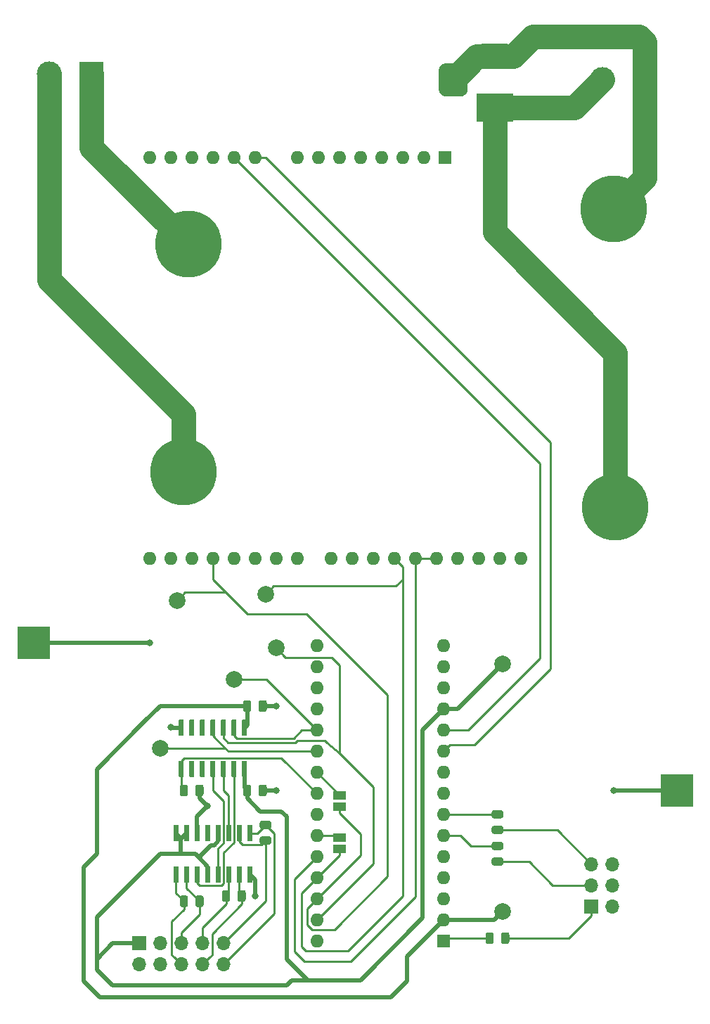
<source format=gbr>
G04 #@! TF.GenerationSoftware,KiCad,Pcbnew,(5.1.12)-1*
G04 #@! TF.CreationDate,2021-12-08T10:01:55+00:00*
G04 #@! TF.ProjectId,PIDController,50494443-6f6e-4747-926f-6c6c65722e6b,rev?*
G04 #@! TF.SameCoordinates,Original*
G04 #@! TF.FileFunction,Copper,L1,Top*
G04 #@! TF.FilePolarity,Positive*
%FSLAX46Y46*%
G04 Gerber Fmt 4.6, Leading zero omitted, Abs format (unit mm)*
G04 Created by KiCad (PCBNEW (5.1.12)-1) date 2021-12-08 10:01:55*
%MOMM*%
%LPD*%
G01*
G04 APERTURE LIST*
G04 #@! TA.AperFunction,ComponentPad*
%ADD10O,1.600000X1.600000*%
G04 #@! TD*
G04 #@! TA.AperFunction,ComponentPad*
%ADD11R,1.600000X1.600000*%
G04 #@! TD*
G04 #@! TA.AperFunction,ComponentPad*
%ADD12R,3.000000X3.000000*%
G04 #@! TD*
G04 #@! TA.AperFunction,ComponentPad*
%ADD13C,3.000000*%
G04 #@! TD*
G04 #@! TA.AperFunction,ComponentPad*
%ADD14R,1.700000X1.700000*%
G04 #@! TD*
G04 #@! TA.AperFunction,ComponentPad*
%ADD15O,1.700000X1.700000*%
G04 #@! TD*
G04 #@! TA.AperFunction,SMDPad,CuDef*
%ADD16R,1.500000X1.000000*%
G04 #@! TD*
G04 #@! TA.AperFunction,SMDPad,CuDef*
%ADD17C,2.000000*%
G04 #@! TD*
G04 #@! TA.AperFunction,SMDPad,CuDef*
%ADD18R,4.000000X4.000000*%
G04 #@! TD*
G04 #@! TA.AperFunction,ComponentPad*
%ADD19C,8.000000*%
G04 #@! TD*
G04 #@! TA.AperFunction,ComponentPad*
%ADD20R,4.500000X3.500000*%
G04 #@! TD*
G04 #@! TA.AperFunction,ViaPad*
%ADD21C,0.800000*%
G04 #@! TD*
G04 #@! TA.AperFunction,Conductor*
%ADD22C,0.500000*%
G04 #@! TD*
G04 #@! TA.AperFunction,Conductor*
%ADD23C,0.250000*%
G04 #@! TD*
G04 #@! TA.AperFunction,Conductor*
%ADD24C,3.000000*%
G04 #@! TD*
G04 APERTURE END LIST*
G04 #@! TA.AperFunction,SMDPad,CuDef*
G36*
G01*
X136346250Y-137315000D02*
X135433750Y-137315000D01*
G75*
G02*
X135190000Y-137071250I0J243750D01*
G01*
X135190000Y-136583750D01*
G75*
G02*
X135433750Y-136340000I243750J0D01*
G01*
X136346250Y-136340000D01*
G75*
G02*
X136590000Y-136583750I0J-243750D01*
G01*
X136590000Y-137071250D01*
G75*
G02*
X136346250Y-137315000I-243750J0D01*
G01*
G37*
G04 #@! TD.AperFunction*
G04 #@! TA.AperFunction,SMDPad,CuDef*
G36*
G01*
X136346250Y-135440000D02*
X135433750Y-135440000D01*
G75*
G02*
X135190000Y-135196250I0J243750D01*
G01*
X135190000Y-134708750D01*
G75*
G02*
X135433750Y-134465000I243750J0D01*
G01*
X136346250Y-134465000D01*
G75*
G02*
X136590000Y-134708750I0J-243750D01*
G01*
X136590000Y-135196250D01*
G75*
G02*
X136346250Y-135440000I-243750J0D01*
G01*
G37*
G04 #@! TD.AperFunction*
D10*
X166620000Y-102870000D03*
X164080000Y-102870000D03*
D11*
X157480000Y-54610000D03*
D10*
X127000000Y-102870000D03*
X154940000Y-54610000D03*
X129540000Y-102870000D03*
X152400000Y-54610000D03*
X132080000Y-102870000D03*
X149860000Y-54610000D03*
X134620000Y-102870000D03*
X147320000Y-54610000D03*
X137160000Y-102870000D03*
X144780000Y-54610000D03*
X139700000Y-102870000D03*
X142240000Y-54610000D03*
X143760000Y-102870000D03*
X139700000Y-54610000D03*
X146300000Y-102870000D03*
X134620000Y-54610000D03*
X148840000Y-102870000D03*
X132080000Y-54610000D03*
X151380000Y-102870000D03*
X129540000Y-54610000D03*
X153920000Y-102870000D03*
X127000000Y-54610000D03*
X156460000Y-102870000D03*
X124460000Y-54610000D03*
X159000000Y-102870000D03*
X121920000Y-54610000D03*
X161540000Y-102870000D03*
X121920000Y-102870000D03*
X124460000Y-102870000D03*
G04 #@! TA.AperFunction,SMDPad,CuDef*
G36*
G01*
X125353000Y-141890000D02*
X124837000Y-141890000D01*
G75*
G02*
X124795000Y-141848000I0J42000D01*
G01*
X124795000Y-139962000D01*
G75*
G02*
X124837000Y-139920000I42000J0D01*
G01*
X125353000Y-139920000D01*
G75*
G02*
X125395000Y-139962000I0J-42000D01*
G01*
X125395000Y-141848000D01*
G75*
G02*
X125353000Y-141890000I-42000J0D01*
G01*
G37*
G04 #@! TD.AperFunction*
G04 #@! TA.AperFunction,SMDPad,CuDef*
G36*
G01*
X126623000Y-141890000D02*
X126107000Y-141890000D01*
G75*
G02*
X126065000Y-141848000I0J42000D01*
G01*
X126065000Y-139962000D01*
G75*
G02*
X126107000Y-139920000I42000J0D01*
G01*
X126623000Y-139920000D01*
G75*
G02*
X126665000Y-139962000I0J-42000D01*
G01*
X126665000Y-141848000D01*
G75*
G02*
X126623000Y-141890000I-42000J0D01*
G01*
G37*
G04 #@! TD.AperFunction*
G04 #@! TA.AperFunction,SMDPad,CuDef*
G36*
G01*
X127893000Y-141890000D02*
X127377000Y-141890000D01*
G75*
G02*
X127335000Y-141848000I0J42000D01*
G01*
X127335000Y-139962000D01*
G75*
G02*
X127377000Y-139920000I42000J0D01*
G01*
X127893000Y-139920000D01*
G75*
G02*
X127935000Y-139962000I0J-42000D01*
G01*
X127935000Y-141848000D01*
G75*
G02*
X127893000Y-141890000I-42000J0D01*
G01*
G37*
G04 #@! TD.AperFunction*
G04 #@! TA.AperFunction,SMDPad,CuDef*
G36*
G01*
X129163000Y-141890000D02*
X128647000Y-141890000D01*
G75*
G02*
X128605000Y-141848000I0J42000D01*
G01*
X128605000Y-139962000D01*
G75*
G02*
X128647000Y-139920000I42000J0D01*
G01*
X129163000Y-139920000D01*
G75*
G02*
X129205000Y-139962000I0J-42000D01*
G01*
X129205000Y-141848000D01*
G75*
G02*
X129163000Y-141890000I-42000J0D01*
G01*
G37*
G04 #@! TD.AperFunction*
G04 #@! TA.AperFunction,SMDPad,CuDef*
G36*
G01*
X130433000Y-141890000D02*
X129917000Y-141890000D01*
G75*
G02*
X129875000Y-141848000I0J42000D01*
G01*
X129875000Y-139962000D01*
G75*
G02*
X129917000Y-139920000I42000J0D01*
G01*
X130433000Y-139920000D01*
G75*
G02*
X130475000Y-139962000I0J-42000D01*
G01*
X130475000Y-141848000D01*
G75*
G02*
X130433000Y-141890000I-42000J0D01*
G01*
G37*
G04 #@! TD.AperFunction*
G04 #@! TA.AperFunction,SMDPad,CuDef*
G36*
G01*
X131703000Y-141890000D02*
X131187000Y-141890000D01*
G75*
G02*
X131145000Y-141848000I0J42000D01*
G01*
X131145000Y-139962000D01*
G75*
G02*
X131187000Y-139920000I42000J0D01*
G01*
X131703000Y-139920000D01*
G75*
G02*
X131745000Y-139962000I0J-42000D01*
G01*
X131745000Y-141848000D01*
G75*
G02*
X131703000Y-141890000I-42000J0D01*
G01*
G37*
G04 #@! TD.AperFunction*
G04 #@! TA.AperFunction,SMDPad,CuDef*
G36*
G01*
X132973000Y-141890000D02*
X132457000Y-141890000D01*
G75*
G02*
X132415000Y-141848000I0J42000D01*
G01*
X132415000Y-139962000D01*
G75*
G02*
X132457000Y-139920000I42000J0D01*
G01*
X132973000Y-139920000D01*
G75*
G02*
X133015000Y-139962000I0J-42000D01*
G01*
X133015000Y-141848000D01*
G75*
G02*
X132973000Y-141890000I-42000J0D01*
G01*
G37*
G04 #@! TD.AperFunction*
G04 #@! TA.AperFunction,SMDPad,CuDef*
G36*
G01*
X134243000Y-141890000D02*
X133727000Y-141890000D01*
G75*
G02*
X133685000Y-141848000I0J42000D01*
G01*
X133685000Y-139962000D01*
G75*
G02*
X133727000Y-139920000I42000J0D01*
G01*
X134243000Y-139920000D01*
G75*
G02*
X134285000Y-139962000I0J-42000D01*
G01*
X134285000Y-141848000D01*
G75*
G02*
X134243000Y-141890000I-42000J0D01*
G01*
G37*
G04 #@! TD.AperFunction*
G04 #@! TA.AperFunction,SMDPad,CuDef*
G36*
G01*
X134243000Y-136940000D02*
X133727000Y-136940000D01*
G75*
G02*
X133685000Y-136898000I0J42000D01*
G01*
X133685000Y-135012000D01*
G75*
G02*
X133727000Y-134970000I42000J0D01*
G01*
X134243000Y-134970000D01*
G75*
G02*
X134285000Y-135012000I0J-42000D01*
G01*
X134285000Y-136898000D01*
G75*
G02*
X134243000Y-136940000I-42000J0D01*
G01*
G37*
G04 #@! TD.AperFunction*
G04 #@! TA.AperFunction,SMDPad,CuDef*
G36*
G01*
X132973000Y-136940000D02*
X132457000Y-136940000D01*
G75*
G02*
X132415000Y-136898000I0J42000D01*
G01*
X132415000Y-135012000D01*
G75*
G02*
X132457000Y-134970000I42000J0D01*
G01*
X132973000Y-134970000D01*
G75*
G02*
X133015000Y-135012000I0J-42000D01*
G01*
X133015000Y-136898000D01*
G75*
G02*
X132973000Y-136940000I-42000J0D01*
G01*
G37*
G04 #@! TD.AperFunction*
G04 #@! TA.AperFunction,SMDPad,CuDef*
G36*
G01*
X131703000Y-136940000D02*
X131187000Y-136940000D01*
G75*
G02*
X131145000Y-136898000I0J42000D01*
G01*
X131145000Y-135012000D01*
G75*
G02*
X131187000Y-134970000I42000J0D01*
G01*
X131703000Y-134970000D01*
G75*
G02*
X131745000Y-135012000I0J-42000D01*
G01*
X131745000Y-136898000D01*
G75*
G02*
X131703000Y-136940000I-42000J0D01*
G01*
G37*
G04 #@! TD.AperFunction*
G04 #@! TA.AperFunction,SMDPad,CuDef*
G36*
G01*
X130433000Y-136940000D02*
X129917000Y-136940000D01*
G75*
G02*
X129875000Y-136898000I0J42000D01*
G01*
X129875000Y-135012000D01*
G75*
G02*
X129917000Y-134970000I42000J0D01*
G01*
X130433000Y-134970000D01*
G75*
G02*
X130475000Y-135012000I0J-42000D01*
G01*
X130475000Y-136898000D01*
G75*
G02*
X130433000Y-136940000I-42000J0D01*
G01*
G37*
G04 #@! TD.AperFunction*
G04 #@! TA.AperFunction,SMDPad,CuDef*
G36*
G01*
X129163000Y-136940000D02*
X128647000Y-136940000D01*
G75*
G02*
X128605000Y-136898000I0J42000D01*
G01*
X128605000Y-135012000D01*
G75*
G02*
X128647000Y-134970000I42000J0D01*
G01*
X129163000Y-134970000D01*
G75*
G02*
X129205000Y-135012000I0J-42000D01*
G01*
X129205000Y-136898000D01*
G75*
G02*
X129163000Y-136940000I-42000J0D01*
G01*
G37*
G04 #@! TD.AperFunction*
G04 #@! TA.AperFunction,SMDPad,CuDef*
G36*
G01*
X127893000Y-136940000D02*
X127377000Y-136940000D01*
G75*
G02*
X127335000Y-136898000I0J42000D01*
G01*
X127335000Y-135012000D01*
G75*
G02*
X127377000Y-134970000I42000J0D01*
G01*
X127893000Y-134970000D01*
G75*
G02*
X127935000Y-135012000I0J-42000D01*
G01*
X127935000Y-136898000D01*
G75*
G02*
X127893000Y-136940000I-42000J0D01*
G01*
G37*
G04 #@! TD.AperFunction*
G04 #@! TA.AperFunction,SMDPad,CuDef*
G36*
G01*
X126623000Y-136940000D02*
X126107000Y-136940000D01*
G75*
G02*
X126065000Y-136898000I0J42000D01*
G01*
X126065000Y-135012000D01*
G75*
G02*
X126107000Y-134970000I42000J0D01*
G01*
X126623000Y-134970000D01*
G75*
G02*
X126665000Y-135012000I0J-42000D01*
G01*
X126665000Y-136898000D01*
G75*
G02*
X126623000Y-136940000I-42000J0D01*
G01*
G37*
G04 #@! TD.AperFunction*
G04 #@! TA.AperFunction,SMDPad,CuDef*
G36*
G01*
X125353000Y-136940000D02*
X124837000Y-136940000D01*
G75*
G02*
X124795000Y-136898000I0J42000D01*
G01*
X124795000Y-135012000D01*
G75*
G02*
X124837000Y-134970000I42000J0D01*
G01*
X125353000Y-134970000D01*
G75*
G02*
X125395000Y-135012000I0J-42000D01*
G01*
X125395000Y-136898000D01*
G75*
G02*
X125353000Y-136940000I-42000J0D01*
G01*
G37*
G04 #@! TD.AperFunction*
D12*
X114960400Y-44551600D03*
D13*
X109880400Y-44551600D03*
X176453800Y-45212000D03*
D12*
X181533800Y-45212000D03*
G04 #@! TA.AperFunction,SMDPad,CuDef*
G36*
G01*
X133140000Y-122270000D02*
X133560000Y-122270000D01*
G75*
G02*
X133650000Y-122360000I0J-90000D01*
G01*
X133650000Y-124150000D01*
G75*
G02*
X133560000Y-124240000I-90000J0D01*
G01*
X133140000Y-124240000D01*
G75*
G02*
X133050000Y-124150000I0J90000D01*
G01*
X133050000Y-122360000D01*
G75*
G02*
X133140000Y-122270000I90000J0D01*
G01*
G37*
G04 #@! TD.AperFunction*
G04 #@! TA.AperFunction,SMDPad,CuDef*
G36*
G01*
X131870000Y-122270000D02*
X132290000Y-122270000D01*
G75*
G02*
X132380000Y-122360000I0J-90000D01*
G01*
X132380000Y-124150000D01*
G75*
G02*
X132290000Y-124240000I-90000J0D01*
G01*
X131870000Y-124240000D01*
G75*
G02*
X131780000Y-124150000I0J90000D01*
G01*
X131780000Y-122360000D01*
G75*
G02*
X131870000Y-122270000I90000J0D01*
G01*
G37*
G04 #@! TD.AperFunction*
G04 #@! TA.AperFunction,SMDPad,CuDef*
G36*
G01*
X130600000Y-122270000D02*
X131020000Y-122270000D01*
G75*
G02*
X131110000Y-122360000I0J-90000D01*
G01*
X131110000Y-124150000D01*
G75*
G02*
X131020000Y-124240000I-90000J0D01*
G01*
X130600000Y-124240000D01*
G75*
G02*
X130510000Y-124150000I0J90000D01*
G01*
X130510000Y-122360000D01*
G75*
G02*
X130600000Y-122270000I90000J0D01*
G01*
G37*
G04 #@! TD.AperFunction*
G04 #@! TA.AperFunction,SMDPad,CuDef*
G36*
G01*
X129330000Y-122270000D02*
X129750000Y-122270000D01*
G75*
G02*
X129840000Y-122360000I0J-90000D01*
G01*
X129840000Y-124150000D01*
G75*
G02*
X129750000Y-124240000I-90000J0D01*
G01*
X129330000Y-124240000D01*
G75*
G02*
X129240000Y-124150000I0J90000D01*
G01*
X129240000Y-122360000D01*
G75*
G02*
X129330000Y-122270000I90000J0D01*
G01*
G37*
G04 #@! TD.AperFunction*
G04 #@! TA.AperFunction,SMDPad,CuDef*
G36*
G01*
X128060000Y-122270000D02*
X128480000Y-122270000D01*
G75*
G02*
X128570000Y-122360000I0J-90000D01*
G01*
X128570000Y-124150000D01*
G75*
G02*
X128480000Y-124240000I-90000J0D01*
G01*
X128060000Y-124240000D01*
G75*
G02*
X127970000Y-124150000I0J90000D01*
G01*
X127970000Y-122360000D01*
G75*
G02*
X128060000Y-122270000I90000J0D01*
G01*
G37*
G04 #@! TD.AperFunction*
G04 #@! TA.AperFunction,SMDPad,CuDef*
G36*
G01*
X126790000Y-122270000D02*
X127210000Y-122270000D01*
G75*
G02*
X127300000Y-122360000I0J-90000D01*
G01*
X127300000Y-124150000D01*
G75*
G02*
X127210000Y-124240000I-90000J0D01*
G01*
X126790000Y-124240000D01*
G75*
G02*
X126700000Y-124150000I0J90000D01*
G01*
X126700000Y-122360000D01*
G75*
G02*
X126790000Y-122270000I90000J0D01*
G01*
G37*
G04 #@! TD.AperFunction*
G04 #@! TA.AperFunction,SMDPad,CuDef*
G36*
G01*
X125520000Y-122270000D02*
X125940000Y-122270000D01*
G75*
G02*
X126030000Y-122360000I0J-90000D01*
G01*
X126030000Y-124150000D01*
G75*
G02*
X125940000Y-124240000I-90000J0D01*
G01*
X125520000Y-124240000D01*
G75*
G02*
X125430000Y-124150000I0J90000D01*
G01*
X125430000Y-122360000D01*
G75*
G02*
X125520000Y-122270000I90000J0D01*
G01*
G37*
G04 #@! TD.AperFunction*
G04 #@! TA.AperFunction,SMDPad,CuDef*
G36*
G01*
X125520000Y-127220000D02*
X125940000Y-127220000D01*
G75*
G02*
X126030000Y-127310000I0J-90000D01*
G01*
X126030000Y-129100000D01*
G75*
G02*
X125940000Y-129190000I-90000J0D01*
G01*
X125520000Y-129190000D01*
G75*
G02*
X125430000Y-129100000I0J90000D01*
G01*
X125430000Y-127310000D01*
G75*
G02*
X125520000Y-127220000I90000J0D01*
G01*
G37*
G04 #@! TD.AperFunction*
G04 #@! TA.AperFunction,SMDPad,CuDef*
G36*
G01*
X126790000Y-127220000D02*
X127210000Y-127220000D01*
G75*
G02*
X127300000Y-127310000I0J-90000D01*
G01*
X127300000Y-129100000D01*
G75*
G02*
X127210000Y-129190000I-90000J0D01*
G01*
X126790000Y-129190000D01*
G75*
G02*
X126700000Y-129100000I0J90000D01*
G01*
X126700000Y-127310000D01*
G75*
G02*
X126790000Y-127220000I90000J0D01*
G01*
G37*
G04 #@! TD.AperFunction*
G04 #@! TA.AperFunction,SMDPad,CuDef*
G36*
G01*
X128060000Y-127220000D02*
X128480000Y-127220000D01*
G75*
G02*
X128570000Y-127310000I0J-90000D01*
G01*
X128570000Y-129100000D01*
G75*
G02*
X128480000Y-129190000I-90000J0D01*
G01*
X128060000Y-129190000D01*
G75*
G02*
X127970000Y-129100000I0J90000D01*
G01*
X127970000Y-127310000D01*
G75*
G02*
X128060000Y-127220000I90000J0D01*
G01*
G37*
G04 #@! TD.AperFunction*
G04 #@! TA.AperFunction,SMDPad,CuDef*
G36*
G01*
X129330000Y-127220000D02*
X129750000Y-127220000D01*
G75*
G02*
X129840000Y-127310000I0J-90000D01*
G01*
X129840000Y-129100000D01*
G75*
G02*
X129750000Y-129190000I-90000J0D01*
G01*
X129330000Y-129190000D01*
G75*
G02*
X129240000Y-129100000I0J90000D01*
G01*
X129240000Y-127310000D01*
G75*
G02*
X129330000Y-127220000I90000J0D01*
G01*
G37*
G04 #@! TD.AperFunction*
G04 #@! TA.AperFunction,SMDPad,CuDef*
G36*
G01*
X130600000Y-127220000D02*
X131020000Y-127220000D01*
G75*
G02*
X131110000Y-127310000I0J-90000D01*
G01*
X131110000Y-129100000D01*
G75*
G02*
X131020000Y-129190000I-90000J0D01*
G01*
X130600000Y-129190000D01*
G75*
G02*
X130510000Y-129100000I0J90000D01*
G01*
X130510000Y-127310000D01*
G75*
G02*
X130600000Y-127220000I90000J0D01*
G01*
G37*
G04 #@! TD.AperFunction*
G04 #@! TA.AperFunction,SMDPad,CuDef*
G36*
G01*
X131870000Y-127220000D02*
X132290000Y-127220000D01*
G75*
G02*
X132380000Y-127310000I0J-90000D01*
G01*
X132380000Y-129100000D01*
G75*
G02*
X132290000Y-129190000I-90000J0D01*
G01*
X131870000Y-129190000D01*
G75*
G02*
X131780000Y-129100000I0J90000D01*
G01*
X131780000Y-127310000D01*
G75*
G02*
X131870000Y-127220000I90000J0D01*
G01*
G37*
G04 #@! TD.AperFunction*
G04 #@! TA.AperFunction,SMDPad,CuDef*
G36*
G01*
X133140000Y-127220000D02*
X133560000Y-127220000D01*
G75*
G02*
X133650000Y-127310000I0J-90000D01*
G01*
X133650000Y-129100000D01*
G75*
G02*
X133560000Y-129190000I-90000J0D01*
G01*
X133140000Y-129190000D01*
G75*
G02*
X133050000Y-129100000I0J90000D01*
G01*
X133050000Y-127310000D01*
G75*
G02*
X133140000Y-127220000I90000J0D01*
G01*
G37*
G04 #@! TD.AperFunction*
D14*
X120650000Y-149225000D03*
D15*
X120650000Y-151765000D03*
X123190000Y-149225000D03*
X123190000Y-151765000D03*
X125730000Y-149225000D03*
X125730000Y-151765000D03*
X128270000Y-149225000D03*
X128270000Y-151765000D03*
X130810000Y-149225000D03*
X130810000Y-151765000D03*
D16*
X144780000Y-131430000D03*
X144780000Y-132730000D03*
X144780000Y-137810000D03*
X144780000Y-136510000D03*
D17*
X132080000Y-117475000D03*
X123190000Y-125730000D03*
X137160000Y-113665000D03*
X125222000Y-107950000D03*
X135890000Y-107188000D03*
D18*
X107950000Y-113030000D03*
X185420000Y-130810000D03*
D17*
X164465000Y-115570000D03*
X164465000Y-145415000D03*
G04 #@! TA.AperFunction,SMDPad,CuDef*
G36*
G01*
X134170000Y-120193750D02*
X134170000Y-121106250D01*
G75*
G02*
X133926250Y-121350000I-243750J0D01*
G01*
X133438750Y-121350000D01*
G75*
G02*
X133195000Y-121106250I0J243750D01*
G01*
X133195000Y-120193750D01*
G75*
G02*
X133438750Y-119950000I243750J0D01*
G01*
X133926250Y-119950000D01*
G75*
G02*
X134170000Y-120193750I0J-243750D01*
G01*
G37*
G04 #@! TD.AperFunction*
G04 #@! TA.AperFunction,SMDPad,CuDef*
G36*
G01*
X136045000Y-120193750D02*
X136045000Y-121106250D01*
G75*
G02*
X135801250Y-121350000I-243750J0D01*
G01*
X135313750Y-121350000D01*
G75*
G02*
X135070000Y-121106250I0J243750D01*
G01*
X135070000Y-120193750D01*
G75*
G02*
X135313750Y-119950000I243750J0D01*
G01*
X135801250Y-119950000D01*
G75*
G02*
X136045000Y-120193750I0J-243750D01*
G01*
G37*
G04 #@! TD.AperFunction*
G04 #@! TA.AperFunction,SMDPad,CuDef*
G36*
G01*
X136045000Y-130353750D02*
X136045000Y-131266250D01*
G75*
G02*
X135801250Y-131510000I-243750J0D01*
G01*
X135313750Y-131510000D01*
G75*
G02*
X135070000Y-131266250I0J243750D01*
G01*
X135070000Y-130353750D01*
G75*
G02*
X135313750Y-130110000I243750J0D01*
G01*
X135801250Y-130110000D01*
G75*
G02*
X136045000Y-130353750I0J-243750D01*
G01*
G37*
G04 #@! TD.AperFunction*
G04 #@! TA.AperFunction,SMDPad,CuDef*
G36*
G01*
X134170000Y-130353750D02*
X134170000Y-131266250D01*
G75*
G02*
X133926250Y-131510000I-243750J0D01*
G01*
X133438750Y-131510000D01*
G75*
G02*
X133195000Y-131266250I0J243750D01*
G01*
X133195000Y-130353750D01*
G75*
G02*
X133438750Y-130110000I243750J0D01*
G01*
X133926250Y-130110000D01*
G75*
G02*
X134170000Y-130353750I0J-243750D01*
G01*
G37*
G04 #@! TD.AperFunction*
G04 #@! TA.AperFunction,SMDPad,CuDef*
G36*
G01*
X125575000Y-131266250D02*
X125575000Y-130353750D01*
G75*
G02*
X125818750Y-130110000I243750J0D01*
G01*
X126306250Y-130110000D01*
G75*
G02*
X126550000Y-130353750I0J-243750D01*
G01*
X126550000Y-131266250D01*
G75*
G02*
X126306250Y-131510000I-243750J0D01*
G01*
X125818750Y-131510000D01*
G75*
G02*
X125575000Y-131266250I0J243750D01*
G01*
G37*
G04 #@! TD.AperFunction*
G04 #@! TA.AperFunction,SMDPad,CuDef*
G36*
G01*
X127450000Y-131266250D02*
X127450000Y-130353750D01*
G75*
G02*
X127693750Y-130110000I243750J0D01*
G01*
X128181250Y-130110000D01*
G75*
G02*
X128425000Y-130353750I0J-243750D01*
G01*
X128425000Y-131266250D01*
G75*
G02*
X128181250Y-131510000I-243750J0D01*
G01*
X127693750Y-131510000D01*
G75*
G02*
X127450000Y-131266250I0J243750D01*
G01*
G37*
G04 #@! TD.AperFunction*
G04 #@! TA.AperFunction,SMDPad,CuDef*
G36*
G01*
X128425000Y-143688750D02*
X128425000Y-144601250D01*
G75*
G02*
X128181250Y-144845000I-243750J0D01*
G01*
X127693750Y-144845000D01*
G75*
G02*
X127450000Y-144601250I0J243750D01*
G01*
X127450000Y-143688750D01*
G75*
G02*
X127693750Y-143445000I243750J0D01*
G01*
X128181250Y-143445000D01*
G75*
G02*
X128425000Y-143688750I0J-243750D01*
G01*
G37*
G04 #@! TD.AperFunction*
G04 #@! TA.AperFunction,SMDPad,CuDef*
G36*
G01*
X126550000Y-143688750D02*
X126550000Y-144601250D01*
G75*
G02*
X126306250Y-144845000I-243750J0D01*
G01*
X125818750Y-144845000D01*
G75*
G02*
X125575000Y-144601250I0J243750D01*
G01*
X125575000Y-143688750D01*
G75*
G02*
X125818750Y-143445000I243750J0D01*
G01*
X126306250Y-143445000D01*
G75*
G02*
X126550000Y-143688750I0J-243750D01*
G01*
G37*
G04 #@! TD.AperFunction*
G04 #@! TA.AperFunction,SMDPad,CuDef*
G36*
G01*
X132530000Y-143966250D02*
X132530000Y-143053750D01*
G75*
G02*
X132773750Y-142810000I243750J0D01*
G01*
X133261250Y-142810000D01*
G75*
G02*
X133505000Y-143053750I0J-243750D01*
G01*
X133505000Y-143966250D01*
G75*
G02*
X133261250Y-144210000I-243750J0D01*
G01*
X132773750Y-144210000D01*
G75*
G02*
X132530000Y-143966250I0J243750D01*
G01*
G37*
G04 #@! TD.AperFunction*
G04 #@! TA.AperFunction,SMDPad,CuDef*
G36*
G01*
X130655000Y-143966250D02*
X130655000Y-143053750D01*
G75*
G02*
X130898750Y-142810000I243750J0D01*
G01*
X131386250Y-142810000D01*
G75*
G02*
X131630000Y-143053750I0J-243750D01*
G01*
X131630000Y-143966250D01*
G75*
G02*
X131386250Y-144210000I-243750J0D01*
G01*
X130898750Y-144210000D01*
G75*
G02*
X130655000Y-143966250I0J243750D01*
G01*
G37*
G04 #@! TD.AperFunction*
G04 #@! TA.AperFunction,SMDPad,CuDef*
G36*
G01*
X163380000Y-148133750D02*
X163380000Y-149046250D01*
G75*
G02*
X163136250Y-149290000I-243750J0D01*
G01*
X162648750Y-149290000D01*
G75*
G02*
X162405000Y-149046250I0J243750D01*
G01*
X162405000Y-148133750D01*
G75*
G02*
X162648750Y-147890000I243750J0D01*
G01*
X163136250Y-147890000D01*
G75*
G02*
X163380000Y-148133750I0J-243750D01*
G01*
G37*
G04 #@! TD.AperFunction*
G04 #@! TA.AperFunction,SMDPad,CuDef*
G36*
G01*
X165255000Y-148133750D02*
X165255000Y-149046250D01*
G75*
G02*
X165011250Y-149290000I-243750J0D01*
G01*
X164523750Y-149290000D01*
G75*
G02*
X164280000Y-149046250I0J243750D01*
G01*
X164280000Y-148133750D01*
G75*
G02*
X164523750Y-147890000I243750J0D01*
G01*
X165011250Y-147890000D01*
G75*
G02*
X165255000Y-148133750I0J-243750D01*
G01*
G37*
G04 #@! TD.AperFunction*
G04 #@! TA.AperFunction,SMDPad,CuDef*
G36*
G01*
X164286250Y-139855000D02*
X163373750Y-139855000D01*
G75*
G02*
X163130000Y-139611250I0J243750D01*
G01*
X163130000Y-139123750D01*
G75*
G02*
X163373750Y-138880000I243750J0D01*
G01*
X164286250Y-138880000D01*
G75*
G02*
X164530000Y-139123750I0J-243750D01*
G01*
X164530000Y-139611250D01*
G75*
G02*
X164286250Y-139855000I-243750J0D01*
G01*
G37*
G04 #@! TD.AperFunction*
G04 #@! TA.AperFunction,SMDPad,CuDef*
G36*
G01*
X164286250Y-137980000D02*
X163373750Y-137980000D01*
G75*
G02*
X163130000Y-137736250I0J243750D01*
G01*
X163130000Y-137248750D01*
G75*
G02*
X163373750Y-137005000I243750J0D01*
G01*
X164286250Y-137005000D01*
G75*
G02*
X164530000Y-137248750I0J-243750D01*
G01*
X164530000Y-137736250D01*
G75*
G02*
X164286250Y-137980000I-243750J0D01*
G01*
G37*
G04 #@! TD.AperFunction*
G04 #@! TA.AperFunction,SMDPad,CuDef*
G36*
G01*
X164286250Y-134170000D02*
X163373750Y-134170000D01*
G75*
G02*
X163130000Y-133926250I0J243750D01*
G01*
X163130000Y-133438750D01*
G75*
G02*
X163373750Y-133195000I243750J0D01*
G01*
X164286250Y-133195000D01*
G75*
G02*
X164530000Y-133438750I0J-243750D01*
G01*
X164530000Y-133926250D01*
G75*
G02*
X164286250Y-134170000I-243750J0D01*
G01*
G37*
G04 #@! TD.AperFunction*
G04 #@! TA.AperFunction,SMDPad,CuDef*
G36*
G01*
X164286250Y-136045000D02*
X163373750Y-136045000D01*
G75*
G02*
X163130000Y-135801250I0J243750D01*
G01*
X163130000Y-135313750D01*
G75*
G02*
X163373750Y-135070000I243750J0D01*
G01*
X164286250Y-135070000D01*
G75*
G02*
X164530000Y-135313750I0J-243750D01*
G01*
X164530000Y-135801250D01*
G75*
G02*
X164286250Y-136045000I-243750J0D01*
G01*
G37*
G04 #@! TD.AperFunction*
D11*
X157302200Y-148971000D03*
D10*
X142062200Y-115951000D03*
X157302200Y-146431000D03*
X142062200Y-118491000D03*
X157302200Y-143891000D03*
X142062200Y-121031000D03*
X157302200Y-141351000D03*
X142062200Y-123571000D03*
X157302200Y-138811000D03*
X142062200Y-126111000D03*
X157302200Y-136271000D03*
X142062200Y-128651000D03*
X157302200Y-133731000D03*
X142062200Y-131191000D03*
X157302200Y-131191000D03*
X142062200Y-133731000D03*
X157302200Y-128651000D03*
X142062200Y-136271000D03*
X157302200Y-126111000D03*
X142062200Y-138811000D03*
X157302200Y-123571000D03*
X142062200Y-141351000D03*
X157302200Y-121031000D03*
X142062200Y-143891000D03*
X157302200Y-118491000D03*
X142062200Y-146431000D03*
X157302200Y-115951000D03*
X142062200Y-148971000D03*
X157302200Y-113411000D03*
X142062200Y-113411000D03*
D19*
X177800000Y-60833000D03*
X178003200Y-96697800D03*
X126568200Y-65024000D03*
X126034800Y-92430600D03*
D14*
X175133000Y-144754600D03*
D15*
X177673000Y-144754600D03*
X175133000Y-142214600D03*
X177673000Y-142214600D03*
X175133000Y-139674600D03*
X177673000Y-139674600D03*
D20*
X163499800Y-48564800D03*
G04 #@! TA.AperFunction,ComponentPad*
G36*
G01*
X161999800Y-40914800D02*
X164999800Y-40914800D01*
G75*
G02*
X165749800Y-41664800I0J-750000D01*
G01*
X165749800Y-43164800D01*
G75*
G02*
X164999800Y-43914800I-750000J0D01*
G01*
X161999800Y-43914800D01*
G75*
G02*
X161249800Y-43164800I0J750000D01*
G01*
X161249800Y-41664800D01*
G75*
G02*
X161999800Y-40914800I750000J0D01*
G01*
G37*
G04 #@! TD.AperFunction*
G04 #@! TA.AperFunction,ComponentPad*
G36*
G01*
X157624800Y-43264800D02*
X159374800Y-43264800D01*
G75*
G02*
X160249800Y-44139800I0J-875000D01*
G01*
X160249800Y-46389800D01*
G75*
G02*
X159374800Y-47264800I-875000J0D01*
G01*
X157624800Y-47264800D01*
G75*
G02*
X156749800Y-46389800I0J875000D01*
G01*
X156749800Y-44139800D01*
G75*
G02*
X157624800Y-43264800I875000J0D01*
G01*
G37*
G04 #@! TD.AperFunction*
D21*
X137160000Y-120650000D03*
X124460000Y-123190000D03*
X137160000Y-130810000D03*
X134620000Y-143510000D03*
X128905000Y-132715000D03*
X121920000Y-113030000D03*
X177800000Y-130810000D03*
D22*
X124525000Y-123255000D02*
X124460000Y-123190000D01*
X125730000Y-123255000D02*
X124525000Y-123255000D01*
X135557500Y-120650000D02*
X137160000Y-120650000D01*
X127937500Y-130810000D02*
X127937500Y-131112500D01*
X127937500Y-131747500D02*
X128905000Y-132715000D01*
X127937500Y-130810000D02*
X127937500Y-131747500D01*
X127635000Y-133985000D02*
X127635000Y-135955000D01*
X128905000Y-132715000D02*
X127635000Y-133985000D01*
X135557500Y-130810000D02*
X137160000Y-130810000D01*
X133985000Y-140905000D02*
X134620000Y-141540000D01*
X134620000Y-141540000D02*
X134620000Y-143510000D01*
X185420000Y-130810000D02*
X177800000Y-130810000D01*
X107950000Y-113030000D02*
X121920000Y-113030000D01*
D23*
X144780000Y-133480000D02*
X147345400Y-136045400D01*
X144780000Y-132730000D02*
X144780000Y-133480000D01*
X147345400Y-138607800D02*
X142062200Y-143891000D01*
X147345400Y-136045400D02*
X147345400Y-138607800D01*
X141522199Y-147556001D02*
X144213799Y-147556001D01*
X140937199Y-146971001D02*
X141522199Y-147556001D01*
X140937199Y-145016001D02*
X140937199Y-146971001D01*
X142062200Y-143891000D02*
X140937199Y-145016001D01*
X144213799Y-147556001D02*
X150596600Y-141173200D01*
X150596600Y-141173200D02*
X150596600Y-119303800D01*
X140868400Y-109575600D02*
X133705600Y-109575600D01*
X150596600Y-119303800D02*
X140868400Y-109575600D01*
X129540000Y-105410000D02*
X129540000Y-102870000D01*
X126221999Y-106950001D02*
X131047999Y-106950001D01*
X131047999Y-106950001D02*
X131064000Y-106934000D01*
X131064000Y-106934000D02*
X129540000Y-105410000D01*
X125222000Y-107950000D02*
X126221999Y-106950001D01*
X133705600Y-109575600D02*
X131064000Y-106934000D01*
X152400000Y-103890000D02*
X151380000Y-102870000D01*
X140769999Y-150105001D02*
X145804999Y-150105001D01*
X140254989Y-149589991D02*
X140769999Y-150105001D01*
X145804999Y-150105001D02*
X152400000Y-143510000D01*
X152400000Y-143510000D02*
X152400000Y-109220000D01*
X144780000Y-138633200D02*
X142062200Y-141351000D01*
X144780000Y-137810000D02*
X144780000Y-138633200D01*
X140254989Y-143158211D02*
X142062200Y-141351000D01*
X140254989Y-143285211D02*
X140254989Y-143158211D01*
X140254989Y-143285211D02*
X140254989Y-149589991D01*
X151621999Y-106188001D02*
X152400000Y-105410000D01*
X135890000Y-107188000D02*
X136889999Y-106188001D01*
X152400000Y-105410000D02*
X152400000Y-103890000D01*
X136889999Y-106188001D02*
X151621999Y-106188001D01*
X152400000Y-109220000D02*
X152400000Y-105410000D01*
X153920000Y-102870000D02*
X156460000Y-102870000D01*
X142062200Y-138811000D02*
X139395200Y-141478000D01*
X139395200Y-141478000D02*
X139395200Y-150190200D01*
X139395200Y-150190200D02*
X140614400Y-151409400D01*
X153920000Y-104001370D02*
X153920000Y-102870000D01*
X153920000Y-143615600D02*
X153920000Y-104001370D01*
X146126200Y-151409400D02*
X153920000Y-143615600D01*
X140614400Y-151409400D02*
X146126200Y-151409400D01*
D22*
X128905000Y-139920000D02*
X128905000Y-140905000D01*
X125673192Y-138430000D02*
X127415000Y-138430000D01*
X125673192Y-136533192D02*
X125095000Y-135955000D01*
X125673192Y-137103192D02*
X125673192Y-136646808D01*
X125673192Y-136646808D02*
X126365000Y-135955000D01*
X125673192Y-138430000D02*
X125673192Y-137103192D01*
X125673192Y-137103192D02*
X125673192Y-136533192D01*
X130175000Y-136940000D02*
X130175000Y-135955000D01*
X129309990Y-137390010D02*
X129724990Y-137390010D01*
X129724990Y-137390010D02*
X130175000Y-136940000D01*
X127415000Y-138430000D02*
X127842500Y-138857500D01*
X127842500Y-138857500D02*
X129309990Y-137390010D01*
X127842500Y-138857500D02*
X128905000Y-139920000D01*
X133832500Y-130810000D02*
X133832500Y-131285000D01*
X133682500Y-131777500D02*
X133682500Y-130810000D01*
X137795000Y-133350000D02*
X135255000Y-133350000D01*
X138430000Y-133985000D02*
X137795000Y-133350000D01*
X135255000Y-133350000D02*
X133682500Y-131777500D01*
X133350000Y-130477500D02*
X133682500Y-130810000D01*
X133350000Y-128205000D02*
X133350000Y-130477500D01*
X139700000Y-153670000D02*
X139065000Y-153670000D01*
X139065000Y-153670000D02*
X138430000Y-154305000D01*
X138430000Y-154305000D02*
X117475000Y-154305000D01*
X117475000Y-154305000D02*
X115570000Y-152400000D01*
X140970000Y-153670000D02*
X138430000Y-151130000D01*
X138430000Y-151130000D02*
X138430000Y-133985000D01*
X140970000Y-153670000D02*
X139700000Y-153670000D01*
X115570000Y-146050000D02*
X123190000Y-138430000D01*
X123190000Y-138430000D02*
X125673192Y-138430000D01*
X117475000Y-149225000D02*
X120650000Y-149225000D01*
X115570000Y-151130000D02*
X117475000Y-149225000D01*
X115570000Y-152400000D02*
X115570000Y-151130000D01*
X115570000Y-151130000D02*
X115570000Y-146050000D01*
X147320000Y-153670000D02*
X140970000Y-153670000D01*
X154813000Y-123520200D02*
X157302200Y-121031000D01*
X154813000Y-146177000D02*
X154813000Y-123520200D01*
X154813000Y-146177000D02*
X147320000Y-153670000D01*
X159004000Y-121031000D02*
X164465000Y-115570000D01*
X157302200Y-121031000D02*
X159004000Y-121031000D01*
X133682500Y-122922500D02*
X133350000Y-123255000D01*
X133682500Y-120650000D02*
X133682500Y-122922500D01*
X118269990Y-155734990D02*
X115925570Y-155734990D01*
X113954560Y-153763980D02*
X113954560Y-140045440D01*
X113954560Y-140045440D02*
X115570000Y-138430000D01*
X123190000Y-120650000D02*
X133682500Y-120650000D01*
X115570000Y-128270000D02*
X121285000Y-122555000D01*
X147795010Y-155734990D02*
X123030010Y-155734990D01*
X123030010Y-155734990D02*
X118269990Y-155734990D01*
X150955010Y-155734990D02*
X147795010Y-155734990D01*
X121285000Y-122555000D02*
X123190000Y-120650000D01*
X115570000Y-138430000D02*
X115570000Y-128270000D01*
X115925570Y-155734990D02*
X113954560Y-153763980D01*
X152964000Y-150769200D02*
X157302200Y-146431000D01*
X152964000Y-153726000D02*
X152964000Y-150769200D01*
X152964000Y-153726000D02*
X150955010Y-155734990D01*
X163449000Y-146431000D02*
X164465000Y-145415000D01*
X157302200Y-146431000D02*
X163449000Y-146431000D01*
D23*
X126365000Y-142572500D02*
X127937500Y-144145000D01*
X126365000Y-140905000D02*
X126365000Y-142572500D01*
X127937500Y-144145000D02*
X127937500Y-145747500D01*
X125730000Y-147955000D02*
X125730000Y-149225000D01*
X127937500Y-145747500D02*
X125730000Y-147955000D01*
X131445000Y-143357500D02*
X131292500Y-143510000D01*
X131445000Y-143207500D02*
X131142500Y-143510000D01*
X131445000Y-140905000D02*
X131445000Y-143207500D01*
X131142500Y-143510000D02*
X131142500Y-144447500D01*
X128270000Y-147320000D02*
X128270000Y-149225000D01*
X131142500Y-144447500D02*
X128270000Y-147320000D01*
X125095000Y-143177500D02*
X126062500Y-144145000D01*
X125095000Y-140905000D02*
X125095000Y-143177500D01*
X126062500Y-144145000D02*
X126062500Y-145082500D01*
X124880001Y-150915001D02*
X125730000Y-151765000D01*
X124554999Y-150589999D02*
X124880001Y-150915001D01*
X124554999Y-146590001D02*
X124554999Y-150589999D01*
X126062500Y-145082500D02*
X124554999Y-146590001D01*
X132715000Y-143357500D02*
X132867500Y-143510000D01*
X132867500Y-143510000D02*
X133305000Y-143510000D01*
X132715000Y-143207500D02*
X133017500Y-143510000D01*
X132715000Y-140905000D02*
X132715000Y-143207500D01*
X133017500Y-143510000D02*
X133017500Y-144477500D01*
X129119999Y-150915001D02*
X128270000Y-151765000D01*
X129445001Y-150589999D02*
X129119999Y-150915001D01*
X129445001Y-148049999D02*
X129445001Y-150589999D01*
X133017500Y-144477500D02*
X129445001Y-148049999D01*
X135890000Y-135102500D02*
X136365000Y-135102500D01*
X134887500Y-135955000D02*
X135890000Y-134952500D01*
X133985000Y-135955000D02*
X134887500Y-135955000D01*
X131659999Y-150915001D02*
X130810000Y-151765000D01*
X136915010Y-145659990D02*
X131659999Y-150915001D01*
X136915010Y-135977510D02*
X136915010Y-145659990D01*
X135890000Y-134952500D02*
X136915010Y-135977510D01*
X135890000Y-137115000D02*
X135739990Y-137265010D01*
X135890000Y-136677500D02*
X135890000Y-137115000D01*
X135404473Y-137313027D02*
X135890000Y-136827500D01*
X133088027Y-137313027D02*
X135404473Y-137313027D01*
X132715000Y-136940000D02*
X133088027Y-137313027D01*
X132715000Y-135955000D02*
X132715000Y-136940000D01*
X135890000Y-144145000D02*
X130810000Y-149225000D01*
X135890000Y-136827500D02*
X135890000Y-144145000D01*
X175133000Y-145854600D02*
X175133000Y-144754600D01*
X172397600Y-148590000D02*
X175133000Y-145854600D01*
X164767500Y-148590000D02*
X172397600Y-148590000D01*
X125775000Y-130810000D02*
X126212500Y-130810000D01*
X125730000Y-130765000D02*
X125775000Y-130810000D01*
X125730000Y-130477500D02*
X126062500Y-130810000D01*
X125730000Y-128205000D02*
X125730000Y-130477500D01*
X125730000Y-127220000D02*
X125730000Y-128205000D01*
X126055010Y-126894990D02*
X125730000Y-127220000D01*
X137766190Y-126894990D02*
X126055010Y-126894990D01*
X142062200Y-131191000D02*
X137766190Y-126894990D01*
X157683200Y-148590000D02*
X157302200Y-148971000D01*
X162892500Y-148590000D02*
X157683200Y-148590000D01*
X163830000Y-137492500D02*
X160606500Y-137492500D01*
X159385000Y-136271000D02*
X157302200Y-136271000D01*
X160606500Y-137492500D02*
X159385000Y-136271000D01*
X163757500Y-133760000D02*
X163830000Y-133832500D01*
X157350700Y-133682500D02*
X157302200Y-133731000D01*
X163830000Y-133682500D02*
X157350700Y-133682500D01*
X135966200Y-117475000D02*
X132080000Y-117475000D01*
X142062200Y-123571000D02*
X135966200Y-117475000D01*
X132080000Y-124240000D02*
X132080000Y-123255000D01*
X132405010Y-124565010D02*
X132080000Y-124240000D01*
X140258800Y-123571000D02*
X142062200Y-123571000D01*
X139264790Y-124565010D02*
X140258800Y-123571000D01*
X139264790Y-124565010D02*
X132405010Y-124565010D01*
X129540000Y-124240000D02*
X131030000Y-125730000D01*
X129540000Y-123255000D02*
X129540000Y-124240000D01*
X123190000Y-125730000D02*
X131030000Y-125730000D01*
X131411000Y-126111000D02*
X131030000Y-125730000D01*
X142062200Y-126111000D02*
X131411000Y-126111000D01*
X130810000Y-124460000D02*
X131384999Y-125034999D01*
X130810000Y-123255000D02*
X130810000Y-124460000D01*
X143290001Y-125034999D02*
X144780000Y-126365000D01*
X142062200Y-146431000D02*
X148844000Y-139649200D01*
X148844000Y-130429000D02*
X144780000Y-126365000D01*
X148844000Y-139649200D02*
X148844000Y-130429000D01*
X143290001Y-125034999D02*
X143019802Y-124764800D01*
X139431211Y-125034999D02*
X131384999Y-125034999D01*
X139701410Y-124764800D02*
X139431211Y-125034999D01*
X143019802Y-124764800D02*
X139701410Y-124764800D01*
X138159999Y-114664999D02*
X137160000Y-113665000D01*
X143883599Y-114825999D02*
X138320999Y-114825999D01*
X144780000Y-115722400D02*
X143883599Y-114825999D01*
X138320999Y-114825999D02*
X138159999Y-114664999D01*
X144780000Y-126365000D02*
X144780000Y-115722400D01*
X130810000Y-132080000D02*
X129540000Y-130810000D01*
X129540000Y-130810000D02*
X129540000Y-128205000D01*
X130175000Y-137795000D02*
X130810000Y-137160000D01*
X130175000Y-140905000D02*
X130175000Y-137795000D01*
X130810000Y-137160000D02*
X130810000Y-132080000D01*
X131445000Y-135955000D02*
X131445000Y-131445000D01*
X130810000Y-130810000D02*
X130810000Y-128205000D01*
X131445000Y-131445000D02*
X130810000Y-130810000D01*
X127635000Y-141890000D02*
X127985000Y-142240000D01*
X127635000Y-140905000D02*
X127635000Y-141890000D01*
X132080000Y-129190000D02*
X132080000Y-128205000D01*
X132080000Y-137040030D02*
X132080000Y-129190000D01*
X130819990Y-138300040D02*
X132080000Y-137040030D01*
X130819990Y-141980040D02*
X130819990Y-138300040D01*
X130560030Y-142240000D02*
X130819990Y-141980040D01*
X127985000Y-142240000D02*
X130560030Y-142240000D01*
X144780000Y-131368800D02*
X144780000Y-131430000D01*
X142062200Y-128651000D02*
X144780000Y-131368800D01*
X144541000Y-136271000D02*
X144780000Y-136510000D01*
X142062200Y-136271000D02*
X144541000Y-136271000D01*
X170180000Y-116190000D02*
X170180000Y-88900000D01*
X135890000Y-54610000D02*
X134620000Y-54610000D01*
X170180000Y-88900000D02*
X135890000Y-54610000D01*
X162108000Y-124262000D02*
X170180000Y-116190000D01*
X161058999Y-125311001D02*
X162108000Y-124262000D01*
X158102199Y-125311001D02*
X161058999Y-125311001D01*
X157302200Y-126111000D02*
X158102199Y-125311001D01*
X168910000Y-91440000D02*
X132080000Y-54610000D01*
X168910000Y-114920000D02*
X168910000Y-91440000D01*
X161600000Y-122230000D02*
X168910000Y-114920000D01*
X160259000Y-123571000D02*
X161600000Y-122230000D01*
X157302200Y-123571000D02*
X160259000Y-123571000D01*
D24*
X161349800Y-42414800D02*
X163499800Y-42414800D01*
X158499800Y-45264800D02*
X161349800Y-42414800D01*
X165749800Y-42414800D02*
X168083400Y-40081200D01*
X163499800Y-42414800D02*
X165749800Y-42414800D01*
X181533800Y-40712000D02*
X181533800Y-45212000D01*
X180903000Y-40081200D02*
X181533800Y-40712000D01*
X168083400Y-40081200D02*
X180903000Y-40081200D01*
X181533800Y-57099200D02*
X177800000Y-60833000D01*
X181533800Y-45212000D02*
X181533800Y-57099200D01*
X173101000Y-48564800D02*
X163499800Y-48564800D01*
X176453800Y-45212000D02*
X173101000Y-48564800D01*
X163499800Y-48564800D02*
X163499800Y-63627000D01*
X178003200Y-78130400D02*
X178003200Y-96697800D01*
X163499800Y-63627000D02*
X178003200Y-78130400D01*
X114960400Y-53416200D02*
X114960400Y-44551600D01*
X126568200Y-65024000D02*
X114960400Y-53416200D01*
X126034800Y-92430600D02*
X126034800Y-85496400D01*
X109880400Y-69342000D02*
X109880400Y-44551600D01*
X126034800Y-85496400D02*
X109880400Y-69342000D01*
D23*
X163830000Y-139367500D02*
X167637700Y-139367500D01*
X170484800Y-142214600D02*
X175133000Y-142214600D01*
X167637700Y-139367500D02*
X170484800Y-142214600D01*
X171015900Y-135557500D02*
X175133000Y-139674600D01*
X163830000Y-135557500D02*
X171015900Y-135557500D01*
M02*

</source>
